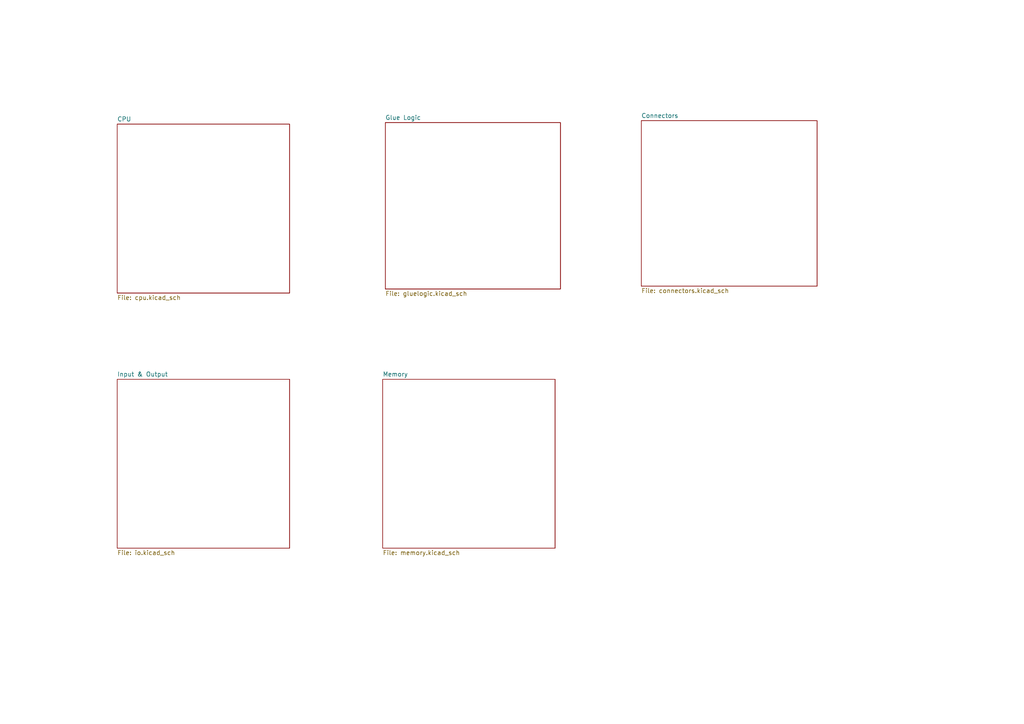
<source format=kicad_sch>
(kicad_sch (version 20230121) (generator eeschema)
  (paper "A4")
  (lib_symbols)
  (sheet (at 186 35) (size 51 48) (stroke (width 0.1524))
    (property "Sheetname" "Connectors" (at 186 34.2884 0) (effects (justify left bottom)))
    (property "Sheetfile" "connectors.kicad_sch" (at 186 83.5846 0) (effects (justify left top)))
  )
  (sheet (at 34 36) (size 50 49) (stroke (width 0.1524))
    (property "Sheetname" "CPU" (at 34 35.2884 0) (effects (justify left bottom)))
    (property "Sheetfile" "cpu.kicad_sch" (at 34 85.5846 0) (effects (justify left top)))
  )
  (sheet (at 34 110) (size 50 49) (stroke (width 0.1524))
    (property "Sheetname" "Input & Output" (at 34 109.2884 0) (effects (justify left bottom)))
    (property "Sheetfile" "io.kicad_sch" (at 34 159.5846 0) (effects (justify left top)))
  )
  (sheet (at 111.76 35.56) (size 50.8 48.26) (stroke (width 0.1524))
    (property "Sheetname" "Glue Logic" (at 111.76 34.8484 0) (effects (justify left bottom)))
    (property "Sheetfile" "gluelogic.kicad_sch" (at 111.76 84.4046 0) (effects (justify left top)))
  )
  (sheet (at 111 110) (size 50 49) (stroke (width 0.1524))
    (property "Sheetname" "Memory" (at 111 109.2884 0) (effects (justify left bottom)))
    (property "Sheetfile" "memory.kicad_sch" (at 111 159.5846 0) (effects (justify left top)))
  )
)
</source>
